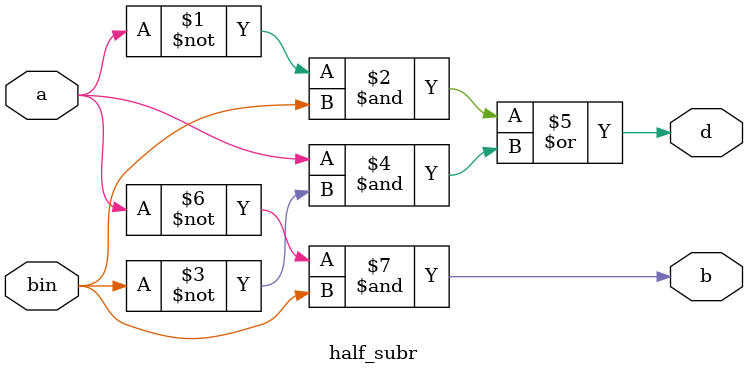
<source format=v>
module full_sub(output d, bo, input a, b,bin);
	wire di, b1, b2;
	half_subr g1(di, b1, a, b);
	half_subr g2(d, b2, di, bin);
	assign bo = b2|b1;
endmodule 
module half_subr(output d, b, input a,bin);
	assign d = ((~a)&bin) | (a&(~bin));
	assign b = (~a)&bin;
endmodule 
</source>
